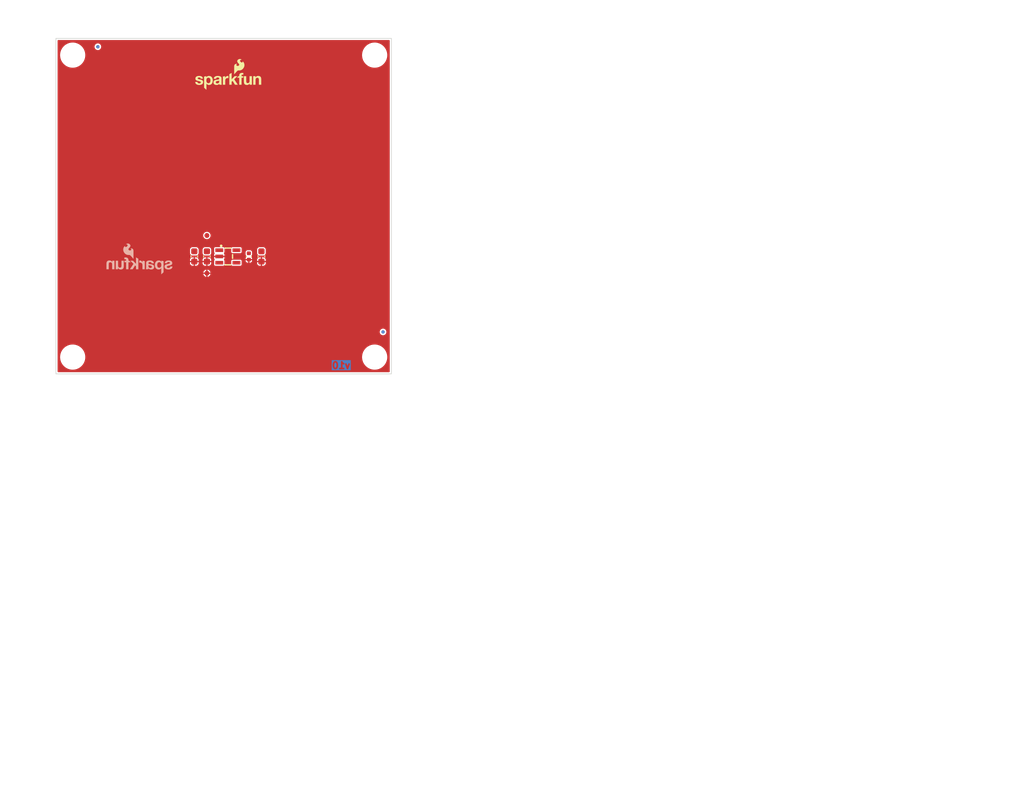
<source format=kicad_pcb>
(kicad_pcb (version 20221018) (generator pcbnew)
  (title_block (comment 1 "Designed by: You"))
  (layers (0 "F.Cu" signal) (1 "In1.Cu" signal) (2 "In2.Cu" signal) (31 "B.Cu" signal) (34 "B.Paste" user) (35 "F.Paste" user) (36 "B.SilkS" user "B.Silkscreen") (37 "F.SilkS" user "F.Silkscreen") (38 "B.Mask" user) (39 "F.Mask" user) (44 "Edge.Cuts" user))
  (net 0 "")
  (net 1 "3.3V")
  (net 2 "GND")
  (net 3 "VCC")
  (footprint "SparkFun-Aesthetic:Creative_Commons_License" (layer "F.Cu") (at 215.265 168.91)
    (fp_text reference "G3" hide)
    (fp_text value "OSHW_Logo" hide)
  )
  (footprint "SparkFun-Semiconductor-Standard:SOT23-5" (layer "F.Cu") (at 141.605 106.68)
    (fp_text reference "U2")
    (fp_text value "RT9080-3.3")
    (pad "1" smd rect (at -1.3001 -0.95 270) (size 0.55 1.2) (layers "F.Cu" "F.Paste" "F.Mask") (net 3 "VCC"))
    (pad "2" smd rect (at -1.3001 0 270) (size 0.55 1.2) (layers "F.Cu" "F.Paste" "F.Mask") (net 2 "GND"))
    (pad "3" smd rect (at -1.3001 0.95 270) (size 0.55 1.2) (layers "F.Cu" "F.Paste" "F.Mask") (net 3 "VCC"))
    (pad "4" smd rect (at 1.3001 0.95 270) (size 0.55 1.2) (layers "F.Cu" "F.Paste" "F.Mask"))
    (pad "5" smd rect (at 1.3001 -0.95 270) (size 0.55 1.2) (layers "F.Cu" "F.Paste" "F.Mask") (net 1 "3.3V"))
  )
  (footprint "SparkFun-Connector:TestPoint-0.75mm" (layer "F.Cu") (at 138.43 103.505)
    (fp_text reference "TP2")
    (fp_text value "TestPoint_0.75mm")
    (pad "1" smd roundrect (at 0 0) (size 0.75 0.75) (layers "F.Cu" "F.Mask") (roundrect_rratio 0.5) (net 3 "VCC"))
  )
  (footprint "SparkFun-Hardware:Standoff" (layer "F.Cu") (at 163.83 121.92)
    (fp_text reference "ST4")
    (fp_text value "Stand_off")
    (pad "" np_thru_hole circle (at 0 0) (size 3.302 3.302) (drill 3.302) (layers "F&B.Cu" "*.Mask"))
  )
  (footprint "SparkFun-Aesthetic:Fiducial_0.5mm_Mask1mm" (layer "F.Cu") (at 165.1 118.11)
    (fp_text reference "FID4")
    (fp_text value "Fiducial_0.5mm")
    (pad "" smd circle (at 0 0) (size 0.5 0.5) (layers "F.Cu" "F.Mask") (clearance 0.25))
  )
  (footprint "SparkFun-Aesthetic:Fiducial_0.5mm_Mask1mm" (layer "F.Cu") (at 121.92 74.93)
    (fp_text reference "FID1")
    (fp_text value "Fiducial_0.5mm")
    (pad "" smd circle (at 0 0) (size 0.5 0.5) (layers "F.Cu" "F.Mask") (clearance 0.25))
  )
  (footprint "SparkFun-Capacitor:C_0603_1608Metric" (layer "F.Cu") (at 138.43 106.68 -90)
    (fp_text reference "C3")
    (fp_text value "1.0uF")
    (pad "1" smd roundrect (at -0.775 0 270) (size 0.9 0.95) (layers "F.Cu" "F.Paste" "F.Mask") (net 3 "VCC"))
    (pad "2" smd roundrect (at 0.775 0 270) (size 0.9 0.95) (layers "F.Cu" "F.Paste" "F.Mask") (net 2 "GND"))
  )
  (footprint "SparkFun-Hardware:Standoff" (layer "F.Cu") (at 163.83 76.2)
    (fp_text reference "ST3")
    (fp_text value "Stand_off")
    (pad "" np_thru_hole circle (at 0 0) (size 3.302 3.302) (drill 3.302) (layers "F&B.Cu" "*.Mask"))
  )
  (footprint "SparkFun-Aesthetic:SparkFun_Logo_10mm" (layer "F.Cu") (at 141.605 80.01)
    (fp_text reference "G***")
    (fp_text value "LOGO" hide)
  )
  (footprint "SparkFun-Capacitor:C_0603_1608Metric" (layer "F.Cu") (at 146.685 106.68 -90)
    (fp_text reference "C5")
    (fp_text value "10uF")
    (pad "1" smd roundrect (at -0.775 0 270) (size 0.9 0.95) (layers "F.Cu" "F.Paste" "F.Mask") (net 1 "3.3V"))
    (pad "2" smd roundrect (at 0.775 0 270) (size 0.9 0.95) (layers "F.Cu" "F.Paste" "F.Mask") (net 2 "GND"))
  )
  (footprint "SparkFun-Connector:TestPoint-0.75mm" (layer "F.Cu") (at 138.43 109.22)
    (fp_text reference "TP1")
    (fp_text value "TestPoint_0.75mm")
    (pad "1" smd roundrect (at 0 0) (size 0.75 0.75) (layers "F.Cu" "F.Mask") (roundrect_rratio 0.5) (net 2 "GND"))
  )
  (footprint "SparkFun-Capacitor:C_0603_1608Metric" (layer "F.Cu") (at 136.525 106.68 -90)
    (fp_text reference "C2")
    (fp_text value "10uF")
    (pad "1" smd roundrect (at -0.775 0 270) (size 0.9 0.95) (layers "F.Cu" "F.Paste" "F.Mask") (net 3 "VCC"))
    (pad "2" smd roundrect (at 0.775 0 270) (size 0.9 0.95) (layers "F.Cu" "F.Paste" "F.Mask") (net 2 "GND"))
  )
  (footprint "SparkFun-Hardware:Standoff" (layer "F.Cu") (at 118.11 76.2)
    (fp_text reference "ST1")
    (fp_text value "Stand_off")
    (pad "" np_thru_hole circle (at 0 0) (size 3.302 3.302) (drill 3.302) (layers "F&B.Cu" "*.Mask"))
  )
  (footprint "SparkFun-Capacitor:C_0402_1005Metric" (layer "F.Cu") (at 144.78 106.68 -90)
    (fp_text reference "C4")
    (fp_text value "1.0uF")
    (pad "1" smd roundrect (at -0.48 0 270) (size 0.56 0.62) (layers "F.Cu" "F.Paste" "F.Mask") (net 1 "3.3V"))
    (pad "2" smd roundrect (at 0.48 0 270) (size 0.56 0.62) (layers "F.Cu" "F.Paste" "F.Mask") (net 2 "GND"))
  )
  (footprint "SparkFun-Hardware:Standoff" (layer "F.Cu") (at 118.11 121.92)
    (fp_text reference "ST2")
    (fp_text value "Stand_off")
    (pad "" np_thru_hole circle (at 0 0) (size 3.302 3.302) (drill 3.302) (layers "F&B.Cu" "*.Mask"))
  )
  (footprint "SparkFun-Aesthetic:Fiducial_0.5mm_Mask1mm" (layer "B.Cu") (at 121.92 74.93 180)
    (fp_text reference "FID3")
    (fp_text value "Fiducial_0.5mm")
    (pad "" smd circle (at 0 0 180) (size 0.5 0.5) (layers "B.Cu" "B.Mask") (clearance 0.25))
  )
  (footprint "SparkFun-Aesthetic:Fiducial_0.5mm_Mask1mm" (layer "B.Cu") (at 165.1 118.11 180)
    (fp_text reference "FID2")
    (fp_text value "Fiducial_0.5mm")
    (pad "" smd circle (at 0 0 180) (size 0.5 0.5) (layers "B.Cu" "B.Mask") (clearance 0.25))
  )
  (footprint "SparkFun-Aesthetic:SparkFun_Logo_10mm" (layer "B.Cu") (at 128.27 107.95 180)
    (fp_text reference "G***")
    (fp_text value "LOGO" hide)
  )
  (gr_poly (pts (xy 115.57 124.46) (xy 115.57 73.66) (xy 166.37 73.66) (xy 166.37 99.314) (xy 166.37 107.696) (xy 166.37 124.46)) (stroke (width 0.1)) (fill none) (layer "Edge.Cuts"))
  (gr_text "v10" (at 158.75 123.19) (layer "B.Cu" knockout) (effects (font (size 1.016 1.016) (thickness 0.254) bold) (justify mirror)))
  (zone (net 2) (net_name "GND") (layers "F.Cu" "In1.Cu" "B.Cu") (connect_pads (clearance 0.1778)) (min_thickness 0.1778) (fill yes (thermal_gap 0.1778) (thermal_bridge_width 0.1778))
    (polygon (pts (xy 115.57 124.46) (xy 115.57 73.66) (xy 166.37 73.66) (xy 166.37 124.46)))
  )
)
</source>
